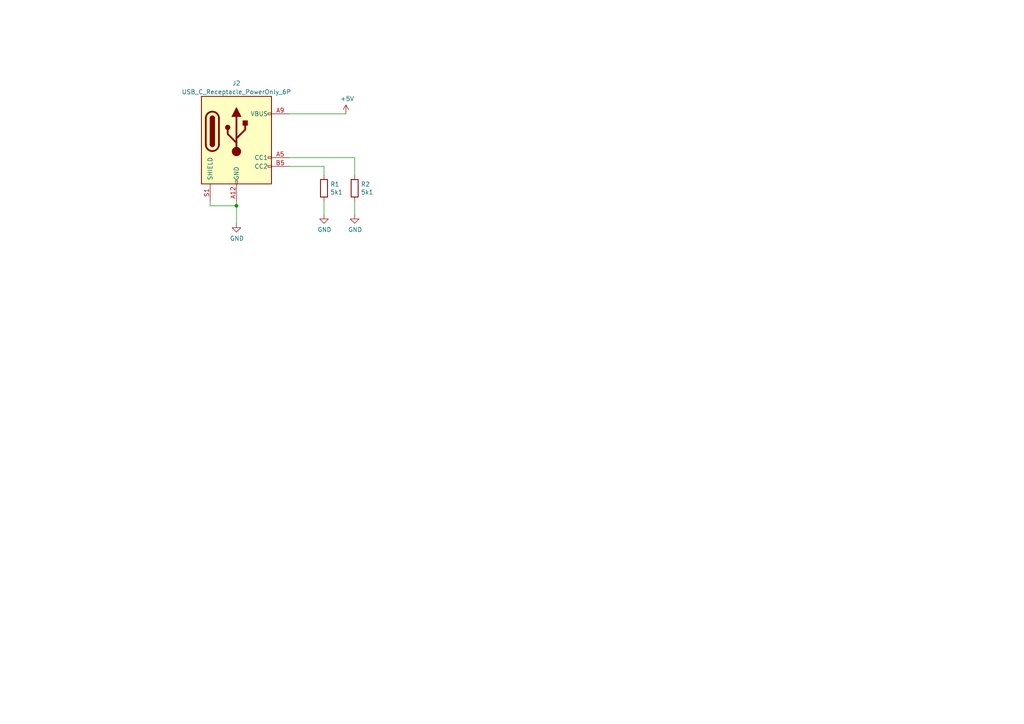
<source format=kicad_sch>
(kicad_sch (version 20230121) (generator eeschema)
  (paper "A4")
  (lib_symbols
    (symbol "Connector:USB_C_Receptacle_PowerOnly_6P" (pin_names (offset 1.016))
      (property "Reference" "J" (at 0 16.51 0))
      (property "Value" "USB_C_Receptacle_PowerOnly_6P" (at 0 13.97 0))
      (symbol "USB_C_Receptacle_PowerOnly_6P_0_0"
        (rectangle (start -0.254 -12.7) (end 0.254 -11.684))
        (rectangle (start 10.16 -7.366) (end 9.144 -7.874))
        (rectangle (start 10.16 -4.826) (end 9.144 -5.334))
        (rectangle (start 10.16 7.874) (end 9.144 7.366))
      )
      (symbol "USB_C_Receptacle_PowerOnly_6P_0_1"
        (rectangle (start -10.16 12.7) (end 10.16 -12.7) (stroke (width 0.254)) (fill (type background)))
        (arc (start -8.89 -1.27) (mid -6.985 -3.1667) (end -5.08 -1.27) (stroke (width 0.508)))
        (arc (start -7.62 -1.27) (mid -6.985 -1.9023) (end -6.35 -1.27) (stroke (width 0.254)))
        (arc (start -7.62 -1.27) (mid -6.985 -1.9023) (end -6.35 -1.27) (stroke (width 0.254)) (fill (type outline)))
        (rectangle (start -7.62 -1.27) (end -6.35 6.35) (stroke (width 0.254)) (fill (type outline)))
        (arc (start -6.35 6.35) (mid -6.985 6.9823) (end -7.62 6.35) (stroke (width 0.254)))
        (arc (start -6.35 6.35) (mid -6.985 6.9823) (end -7.62 6.35) (stroke (width 0.254)) (fill (type outline)))
        (arc (start -5.08 6.35) (mid -6.985 8.2467) (end -8.89 6.35) (stroke (width 0.508)))
        (circle (center -2.54 3.683) (radius 0.635) (stroke (width 0.254)) (fill (type outline)))
        (circle (center 0 -3.302) (radius 1.27) (fill (type outline)))
        (polyline (pts (xy -8.89 -1.27) (xy -8.89 6.35)) (stroke (width 0.508)))
        (polyline (pts (xy -5.08 6.35) (xy -5.08 -1.27)) (stroke (width 0.508)))
        (polyline (pts (xy 0 -3.302) (xy 0 6.858)) (stroke (width 0.508)))
        (polyline (pts (xy 0 -0.762) (xy -2.54 1.778) (xy -2.54 3.048)) (stroke (width 0.508)))
        (polyline (pts (xy 0 0.508) (xy 2.54 3.048) (xy 2.54 4.318)) (stroke (width 0.508)))
        (polyline (pts (xy -1.27 6.858) (xy 0 9.398) (xy 1.27 6.858) (xy -1.27 6.858)) (stroke (width 0.254)) (fill (type outline)))
        (rectangle (start 1.905 4.318) (end 3.175 5.588) (stroke (width 0.254)) (fill (type outline)))
      )
      (symbol "USB_C_Receptacle_PowerOnly_6P_1_1"
        (pin passive line (at 0 -17.78 90) (length 5.08) (name "GND") (number "A12"))
        (pin bidirectional line (at 15.24 -5.08 180) (length 5.08) (name "CC1") (number "A5"))
        (pin passive line (at 15.24 7.62 180) (length 5.08) (name "VBUS") (number "A9"))
        (pin passive line (at 0 -17.78 90) (length 5.08) hide (name "GND") (number "B12"))
        (pin bidirectional line (at 15.24 -7.62 180) (length 5.08) (name "CC2") (number "B5"))
        (pin passive line (at 15.24 7.62 180) (length 5.08) hide (name "VBUS") (number "B9"))
        (pin passive line (at -7.62 -17.78 90) (length 5.08) (name "SHIELD") (number "S1"))
      )
    )
    (symbol "Device:R" (pin_numbers hide) (pin_names (offset 0))
      (property "Reference" "R" (at 2.032 0 90))
      (property "Value" "R" (at 0 0 90))
      (symbol "R_0_1"
        (rectangle (start -1.016 -2.54) (end 1.016 2.54) (stroke (width 0.254)))
      )
      (symbol "R_1_1"
        (pin passive line (at 0 3.81 270) (length 1.27) (name "~") (number "1"))
        (pin passive line (at 0 -3.81 90) (length 1.27) (name "~") (number "2"))
      )
    )
    (symbol "power:+5V" (power) (pin_names (offset 0))
      (property "Value" "+5V" (at 0 3.556 0))
      (symbol "+5V_0_1"
        (polyline (pts (xy -0.762 1.27) (xy 0 2.54)))
        (polyline (pts (xy 0 0) (xy 0 2.54)))
        (polyline (pts (xy 0 2.54) (xy 0.762 1.27)))
      )
      (symbol "+5V_1_1"
        (pin power_in line (at 0 0 90) (length 0) hide (name "+5V") (number "1"))
      )
    )
    (symbol "power:GND" (power) (pin_names (offset 0))
      (property "Value" "GND" (at 0 -3.81 0))
      (symbol "GND_0_1"
        (polyline (pts (xy 0 0) (xy 0 -1.27) (xy 1.27 -1.27) (xy 0 -2.54) (xy -1.27 -1.27) (xy 0 -1.27)))
      )
      (symbol "GND_1_1"
        (pin power_in line (at 0 0 270) (length 0) hide (name "GND") (number "1"))
      )
    )
  )
  (junction (at 68.58 59.69))
  (wire (pts (xy 102.87 45.72) (xy 102.87 50.8)))
  (wire (pts (xy 83.82 48.26) (xy 93.98 48.26)))
  (wire (pts (xy 102.87 58.42) (xy 102.87 62.23)))
  (wire (pts (xy 83.82 45.72) (xy 102.87 45.72)))
  (wire (pts (xy 68.58 58.42) (xy 68.58 59.69)))
  (wire (pts (xy 60.96 58.42) (xy 60.96 59.69)))
  (wire (pts (xy 83.82 33.02) (xy 100.33 33.02)))
  (wire (pts (xy 93.98 48.26) (xy 93.98 50.8)))
  (wire (pts (xy 60.96 59.69) (xy 68.58 59.69)))
  (wire (pts (xy 68.58 59.69) (xy 68.58 64.77)))
  (wire (pts (xy 93.98 58.42) (xy 93.98 62.23)))
  (symbol (lib_id "power:GND") (at 68.58 64.77 0) (unit 1)
    (property "Reference" "#PWR0101" (effects hide))
    (property "Value" "GND" (at 68.707 69.1642 0))
  )
  (symbol (lib_id "power:+5V") (at 100.33 33.02 0) (unit 1)
    (property "Reference" "#PWR0102" (effects hide))
    (property "Value" "+5V" (at 100.711 28.6258 0))
  )
  (symbol (lib_id "Device:R") (at 93.98 54.61 0) (unit 1)
    (property "Reference" "R1" (at 95.758 53.4416 0) (effects (justify left)))
    (property "Value" "5k1" (at 95.758 55.753 0) (effects (justify left)))
    (property "Footprint" "Resistor_SMD:R_1206_3216Metric_Pad1.30x1.75mm_HandSolder" (effects hide))
  )
  (symbol (lib_id "Device:R") (at 102.87 54.61 0) (unit 1)
    (property "Reference" "R2" (at 104.648 53.4416 0) (effects (justify left)))
    (property "Value" "5k1" (at 104.648 55.753 0) (effects (justify left)))
    (property "Footprint" "Resistor_SMD:R_1206_3216Metric_Pad1.30x1.75mm_HandSolder" (effects hide))
  )
  (symbol (lib_id "power:GND") (at 93.98 62.23 0) (unit 1)
    (property "Reference" "#PWR0103" (effects hide))
    (property "Value" "GND" (at 94.107 66.6242 0))
  )
  (symbol (lib_id "power:GND") (at 102.87 62.23 0) (unit 1)
    (property "Reference" "#PWR0104" (effects hide))
    (property "Value" "GND" (at 102.997 66.6242 0))
  )
  (symbol (lib_id "Connector:USB_C_Receptacle_PowerOnly_6P") (at 68.58 40.64 0) (unit 1)
    (property "Reference" "J2" (at 68.58 24.13 0))
    (property "Value" "USB_C_Receptacle_PowerOnly_6P" (at 68.58 26.67 0))
    (property "Footprint" "Connector_USB:USB_C_Receptacle_GCT_USB4135-GF-A_6P_TopMnt_Horizontal" (effects hide))
    (property "Datasheet" "https://www.usb.org/sites/default/files/documents/usb_type-c.zip" (effects hide))
  )
)
</source>
